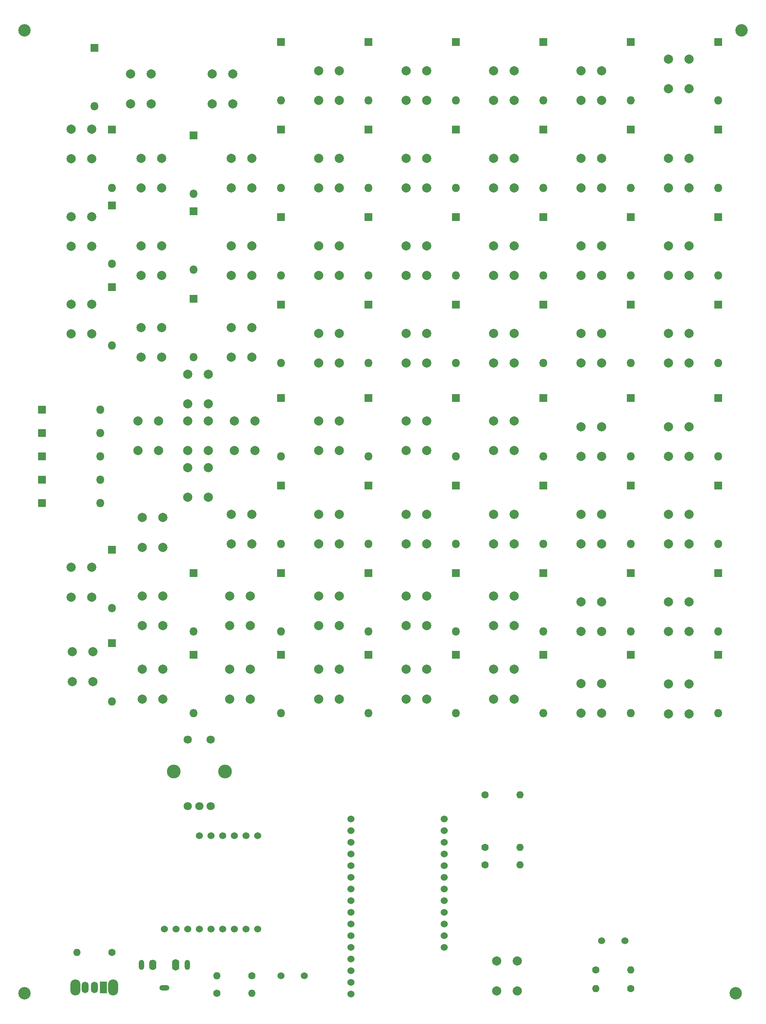
<source format=gbr>
%TF.GenerationSoftware,KiCad,Pcbnew,7.0.8*%
%TF.CreationDate,2023-11-23T10:38:48-06:00*%
%TF.ProjectId,calcvox-rounded,63616c63-766f-4782-9d72-6f756e646564,rev?*%
%TF.SameCoordinates,Original*%
%TF.FileFunction,Soldermask,Top*%
%TF.FilePolarity,Negative*%
%FSLAX46Y46*%
G04 Gerber Fmt 4.6, Leading zero omitted, Abs format (unit mm)*
G04 Created by KiCad (PCBNEW 7.0.8) date 2023-11-23 10:38:48*
%MOMM*%
%LPD*%
G01*
G04 APERTURE LIST*
%ADD10O,2.200000X1.200000*%
%ADD11O,1.200000X2.200000*%
%ADD12O,1.600000X2.300000*%
%ADD13O,1.600000X2.500000*%
%ADD14R,1.800000X1.800000*%
%ADD15O,1.800000X1.800000*%
%ADD16C,2.000000*%
%ADD17C,1.524000*%
%ADD18C,1.600000*%
%ADD19O,1.600000X1.600000*%
%ADD20C,2.700000*%
%ADD21C,3.000000*%
%ADD22C,1.800000*%
%ADD23O,2.200000X3.500000*%
%ADD24R,1.500000X2.500000*%
%ADD25O,1.500000X2.500000*%
G04 APERTURE END LIST*
D10*
%TO.C,J1*%
X246380000Y-351830000D03*
D11*
X241380000Y-346830000D03*
D12*
X243880000Y-346830000D03*
D11*
X251380000Y-346830000D03*
D13*
X248880000Y-346830000D03*
%TD*%
D14*
%TO.C,D40*%
X290830000Y-146050000D03*
D15*
X290830000Y-158750000D03*
%TD*%
D14*
%TO.C,D53*%
X219710000Y-231140000D03*
D15*
X232410000Y-231140000D03*
%TD*%
D16*
%TO.C,SW5*%
X356180000Y-236220000D03*
X356180000Y-229720000D03*
X360680000Y-236220000D03*
X360680000Y-229720000D03*
%TD*%
D14*
%TO.C,D49*%
X252730000Y-279400000D03*
D15*
X252730000Y-292100000D03*
%TD*%
D17*
%TO.C,LS1*%
X271780000Y-349250000D03*
X276860000Y-349250000D03*
%TD*%
D16*
%TO.C,SW55*%
X251460000Y-224790000D03*
X251460000Y-218290000D03*
X255960000Y-224790000D03*
X255960000Y-218290000D03*
%TD*%
D14*
%TO.C,D64*%
X231140000Y-147320000D03*
D15*
X231140000Y-160020000D03*
%TD*%
D14*
%TO.C,D61*%
X234950000Y-181610000D03*
D15*
X234950000Y-194310000D03*
%TD*%
D14*
%TO.C,D2*%
X367030000Y-261620000D03*
D15*
X367030000Y-274320000D03*
%TD*%
D14*
%TO.C,D47*%
X271780000Y-165100000D03*
D15*
X271780000Y-177800000D03*
%TD*%
D14*
%TO.C,D43*%
X271780000Y-242570000D03*
D15*
X271780000Y-255270000D03*
%TD*%
D14*
%TO.C,D37*%
X290830000Y-203200000D03*
D15*
X290830000Y-215900000D03*
%TD*%
D16*
%TO.C,SW52*%
X241590000Y-255980000D03*
X241590000Y-249480000D03*
X246090000Y-255980000D03*
X246090000Y-249480000D03*
%TD*%
D14*
%TO.C,D6*%
X367030000Y-184150000D03*
D15*
X367030000Y-196850000D03*
%TD*%
D14*
%TO.C,D44*%
X271780000Y-223520000D03*
D15*
X271780000Y-236220000D03*
%TD*%
D18*
%TO.C,R4*%
X265430000Y-349250000D03*
D19*
X257810000Y-349250000D03*
%TD*%
D14*
%TO.C,D15*%
X347980000Y-165100000D03*
D15*
X347980000Y-177800000D03*
%TD*%
D16*
%TO.C,SW39*%
X279980000Y-196850000D03*
X279980000Y-190350000D03*
X284480000Y-196850000D03*
X284480000Y-190350000D03*
%TD*%
%TO.C,SW35*%
X279980000Y-273050000D03*
X279980000Y-266550000D03*
X284480000Y-273050000D03*
X284480000Y-266550000D03*
%TD*%
%TO.C,SW36*%
X279980000Y-255270000D03*
X279980000Y-248770000D03*
X284480000Y-255270000D03*
X284480000Y-248770000D03*
%TD*%
D14*
%TO.C,D3*%
X367030000Y-242570000D03*
D15*
X367030000Y-255270000D03*
%TD*%
D14*
%TO.C,D45*%
X271780000Y-203200000D03*
D15*
X271780000Y-215900000D03*
%TD*%
D16*
%TO.C,SW46*%
X260930000Y-214630000D03*
X260930000Y-208130000D03*
X265430000Y-214630000D03*
X265430000Y-208130000D03*
%TD*%
D20*
%TO.C,REF\u002A\u002A*%
X215900000Y-143510000D03*
%TD*%
D16*
%TO.C,SW26*%
X299030000Y-289000000D03*
X299030000Y-282500000D03*
X303530000Y-289000000D03*
X303530000Y-282500000D03*
%TD*%
%TO.C,SW48*%
X260930000Y-177800000D03*
X260930000Y-171300000D03*
X265430000Y-177800000D03*
X265430000Y-171300000D03*
%TD*%
%TO.C,SW3*%
X356180000Y-274320000D03*
X356180000Y-267820000D03*
X360680000Y-274320000D03*
X360680000Y-267820000D03*
%TD*%
%TO.C,SW14*%
X337130000Y-215900000D03*
X337130000Y-209400000D03*
X341630000Y-215900000D03*
X341630000Y-209400000D03*
%TD*%
D14*
%TO.C,D24*%
X328930000Y-146050000D03*
D15*
X328930000Y-158750000D03*
%TD*%
D16*
%TO.C,SW31*%
X299030000Y-196850000D03*
X299030000Y-190350000D03*
X303530000Y-196850000D03*
X303530000Y-190350000D03*
%TD*%
%TO.C,SW65*%
X239050000Y-159460000D03*
X239050000Y-152960000D03*
X243550000Y-159460000D03*
X243550000Y-152960000D03*
%TD*%
D18*
%TO.C,R1*%
X316230000Y-309880000D03*
D19*
X323850000Y-309880000D03*
%TD*%
D14*
%TO.C,D26*%
X309880000Y-261620000D03*
D15*
X309880000Y-274320000D03*
%TD*%
D14*
%TO.C,D34*%
X290830000Y-261620000D03*
D15*
X290830000Y-274320000D03*
%TD*%
D14*
%TO.C,D16*%
X347980000Y-146050000D03*
D15*
X347980000Y-158750000D03*
%TD*%
D16*
%TO.C,SW4*%
X356180000Y-255270000D03*
X356180000Y-248770000D03*
X360680000Y-255270000D03*
X360680000Y-248770000D03*
%TD*%
%TO.C,SW32*%
X299030000Y-177800000D03*
X299030000Y-171300000D03*
X303530000Y-177800000D03*
X303530000Y-171300000D03*
%TD*%
D14*
%TO.C,D29*%
X309880000Y-203200000D03*
D15*
X309880000Y-215900000D03*
%TD*%
D14*
%TO.C,D22*%
X328930000Y-184150000D03*
D15*
X328930000Y-196850000D03*
%TD*%
D16*
%TO.C,SW25*%
X318080000Y-158750000D03*
X318080000Y-152250000D03*
X322580000Y-158750000D03*
X322580000Y-152250000D03*
%TD*%
%TO.C,SW54*%
X251460000Y-234950000D03*
X251460000Y-228450000D03*
X255960000Y-234950000D03*
X255960000Y-228450000D03*
%TD*%
D14*
%TO.C,D12*%
X347980000Y-223520000D03*
D15*
X347980000Y-236220000D03*
%TD*%
D14*
%TO.C,D35*%
X290830000Y-242570000D03*
D15*
X290830000Y-255270000D03*
%TD*%
D14*
%TO.C,D31*%
X309880000Y-165100000D03*
D15*
X309880000Y-177800000D03*
%TD*%
D21*
%TO.C,SW1*%
X248400000Y-304800000D03*
X259600000Y-304800000D03*
D22*
X251500000Y-312300000D03*
X256500000Y-312300000D03*
X254000000Y-312300000D03*
X251500000Y-297800000D03*
X256500000Y-297800000D03*
%TD*%
D14*
%TO.C,D56*%
X252730000Y-182880000D03*
D15*
X252730000Y-195580000D03*
%TD*%
D16*
%TO.C,SW38*%
X279980000Y-215900000D03*
X279980000Y-209400000D03*
X284480000Y-215900000D03*
X284480000Y-209400000D03*
%TD*%
D14*
%TO.C,D36*%
X290830000Y-223520000D03*
D15*
X290830000Y-236220000D03*
%TD*%
D14*
%TO.C,D50*%
X252730000Y-261620000D03*
D15*
X252730000Y-274320000D03*
%TD*%
D16*
%TO.C,SW10*%
X337130000Y-292100000D03*
X337130000Y-285600000D03*
X341630000Y-292100000D03*
X341630000Y-285600000D03*
%TD*%
%TO.C,SW7*%
X356180000Y-196850000D03*
X356180000Y-190350000D03*
X360680000Y-196850000D03*
X360680000Y-190350000D03*
%TD*%
D14*
%TO.C,D59*%
X219710000Y-241300000D03*
D15*
X232410000Y-241300000D03*
%TD*%
D16*
%TO.C,SW59*%
X226060000Y-266850000D03*
X226060000Y-260350000D03*
X230560000Y-266850000D03*
X230560000Y-260350000D03*
%TD*%
D14*
%TO.C,D8*%
X367031000Y-146050000D03*
D15*
X367031000Y-158750000D03*
%TD*%
D18*
%TO.C,R6*%
X257810000Y-353060000D03*
D19*
X265430000Y-353060000D03*
%TD*%
D16*
%TO.C,SW57*%
X241300000Y-196850000D03*
X241300000Y-190350000D03*
X245800000Y-196850000D03*
X245800000Y-190350000D03*
%TD*%
%TO.C,SW43*%
X260640000Y-273050000D03*
X260640000Y-266550000D03*
X265140000Y-273050000D03*
X265140000Y-266550000D03*
%TD*%
%TO.C,SW45*%
X261620000Y-234950000D03*
X261620000Y-228450000D03*
X266120000Y-234950000D03*
X266120000Y-228450000D03*
%TD*%
D18*
%TO.C,R3*%
X316230000Y-321310000D03*
D19*
X323850000Y-321310000D03*
%TD*%
D14*
%TO.C,D21*%
X328930000Y-203200000D03*
D15*
X328930000Y-215900000D03*
%TD*%
D16*
%TO.C,SW8*%
X356180000Y-177800000D03*
X356180000Y-171300000D03*
X360680000Y-177800000D03*
X360680000Y-171300000D03*
%TD*%
D18*
%TO.C,R2*%
X316230000Y-325120000D03*
D19*
X323850000Y-325120000D03*
%TD*%
D14*
%TO.C,D4*%
X367030000Y-223520000D03*
D15*
X367030000Y-236220000D03*
%TD*%
D14*
%TO.C,D63*%
X234950000Y-165100000D03*
D15*
X234950000Y-177800000D03*
%TD*%
D16*
%TO.C,SW44*%
X260930000Y-255270000D03*
X260930000Y-248770000D03*
X265430000Y-255270000D03*
X265430000Y-248770000D03*
%TD*%
D14*
%TO.C,D48*%
X271780000Y-146050000D03*
D15*
X271780000Y-158750000D03*
%TD*%
D16*
%TO.C,SW2*%
X356180000Y-292250000D03*
X356180000Y-285750000D03*
X360680000Y-292250000D03*
X360680000Y-285750000D03*
%TD*%
D14*
%TO.C,D38*%
X290830000Y-184150000D03*
D15*
X290830000Y-196850000D03*
%TD*%
D14*
%TO.C,D55*%
X252730000Y-201930000D03*
D15*
X252730000Y-214630000D03*
%TD*%
D16*
%TO.C,SW63*%
X241300000Y-177800000D03*
X241300000Y-171300000D03*
X245800000Y-177800000D03*
X245800000Y-171300000D03*
%TD*%
%TO.C,SW28*%
X299030000Y-255270000D03*
X299030000Y-248770000D03*
X303530000Y-255270000D03*
X303530000Y-248770000D03*
%TD*%
D14*
%TO.C,D7*%
X367030000Y-165100000D03*
D15*
X367030000Y-177800000D03*
%TD*%
D16*
%TO.C,SW64*%
X226060000Y-171450000D03*
X226060000Y-164950000D03*
X230560000Y-171450000D03*
X230560000Y-164950000D03*
%TD*%
D14*
%TO.C,D13*%
X347980000Y-203200000D03*
D15*
X347980000Y-215900000D03*
%TD*%
D16*
%TO.C,SW33*%
X299030000Y-158750000D03*
X299030000Y-152250000D03*
X303530000Y-158750000D03*
X303530000Y-152250000D03*
%TD*%
D14*
%TO.C,D11*%
X347980000Y-242570000D03*
D15*
X347980000Y-255270000D03*
%TD*%
D16*
%TO.C,SW21*%
X318080000Y-234950000D03*
X318080000Y-228450000D03*
X322580000Y-234950000D03*
X322580000Y-228450000D03*
%TD*%
%TO.C,SW41*%
X279980000Y-158750000D03*
X279980000Y-152250000D03*
X284480000Y-158750000D03*
X284480000Y-152250000D03*
%TD*%
D14*
%TO.C,D10*%
X347980000Y-261620000D03*
D15*
X347980000Y-274320000D03*
%TD*%
D14*
%TO.C,D14*%
X347980000Y-184150000D03*
D15*
X347980000Y-196850000D03*
%TD*%
D16*
%TO.C,SW47*%
X260930000Y-196850000D03*
X260930000Y-190350000D03*
X265430000Y-196850000D03*
X265430000Y-190350000D03*
%TD*%
%TO.C,SW11*%
X337130000Y-274320000D03*
X337130000Y-267820000D03*
X341630000Y-274320000D03*
X341630000Y-267820000D03*
%TD*%
D14*
%TO.C,D41*%
X271780000Y-279400000D03*
D15*
X271780000Y-292100000D03*
%TD*%
D20*
%TO.C,REF\u002A\u002A*%
X372110000Y-143510000D03*
%TD*%
D16*
%TO.C,SW60*%
X240610000Y-234950000D03*
X240610000Y-228450000D03*
X245110000Y-234950000D03*
X245110000Y-228450000D03*
%TD*%
D14*
%TO.C,D1*%
X367030000Y-279400000D03*
D15*
X367030000Y-292100000D03*
%TD*%
D14*
%TO.C,D30*%
X309880000Y-184150000D03*
D15*
X309880000Y-196850000D03*
%TD*%
D14*
%TO.C,D5*%
X367030000Y-203200000D03*
D15*
X367030000Y-215900000D03*
%TD*%
D16*
%TO.C,SW27*%
X299030000Y-273050000D03*
X299030000Y-266550000D03*
X303530000Y-273050000D03*
X303530000Y-266550000D03*
%TD*%
D14*
%TO.C,D18*%
X328930000Y-261620000D03*
D15*
X328930000Y-274320000D03*
%TD*%
D16*
%TO.C,SW23*%
X318080000Y-196850000D03*
X318080000Y-190350000D03*
X322580000Y-196850000D03*
X322580000Y-190350000D03*
%TD*%
D14*
%TO.C,D62*%
X252730000Y-166370000D03*
D15*
X252730000Y-179070000D03*
%TD*%
D18*
%TO.C,R9*%
X347980000Y-352030000D03*
D19*
X340360000Y-352030000D03*
%TD*%
D14*
%TO.C,D25*%
X309880000Y-279400000D03*
D15*
X309880000Y-292100000D03*
%TD*%
D14*
%TO.C,D39*%
X290830000Y-165100000D03*
D15*
X290830000Y-177800000D03*
%TD*%
D16*
%TO.C,SW58*%
X226350000Y-285190000D03*
X226350000Y-278690000D03*
X230850000Y-285190000D03*
X230850000Y-278690000D03*
%TD*%
D14*
%TO.C,D19*%
X328930000Y-242570000D03*
D15*
X328930000Y-255270000D03*
%TD*%
D14*
%TO.C,D32*%
X309880000Y-146050000D03*
D15*
X309880000Y-158750000D03*
%TD*%
D16*
%TO.C,SW22*%
X318080000Y-215900000D03*
X318080000Y-209400000D03*
X322580000Y-215900000D03*
X322580000Y-209400000D03*
%TD*%
D23*
%TO.C,SW67*%
X235240000Y-351790000D03*
X227040000Y-351790000D03*
D24*
X233140000Y-351790000D03*
D25*
X231140000Y-351790000D03*
X229140000Y-351790000D03*
%TD*%
D16*
%TO.C,SW49*%
X256830000Y-159460000D03*
X256830000Y-152960000D03*
X261330000Y-159460000D03*
X261330000Y-152960000D03*
%TD*%
D20*
%TO.C,REF\u002A\u002A*%
X370840000Y-353060000D03*
%TD*%
D18*
%TO.C,R7*%
X340360000Y-347980000D03*
D19*
X347980000Y-347980000D03*
%TD*%
D16*
%TO.C,SW19*%
X318080000Y-273050000D03*
X318080000Y-266550000D03*
X322580000Y-273050000D03*
X322580000Y-266550000D03*
%TD*%
D14*
%TO.C,D17*%
X328930000Y-279400000D03*
D15*
X328930000Y-292100000D03*
%TD*%
D16*
%TO.C,SW40*%
X279980000Y-177800000D03*
X279980000Y-171300000D03*
X284480000Y-177800000D03*
X284480000Y-171300000D03*
%TD*%
%TO.C,SW17*%
X337130000Y-158750000D03*
X337130000Y-152250000D03*
X341630000Y-158750000D03*
X341630000Y-152250000D03*
%TD*%
D14*
%TO.C,D42*%
X271780000Y-261620000D03*
D15*
X271780000Y-274320000D03*
%TD*%
D14*
%TO.C,D33*%
X290830000Y-279400000D03*
D15*
X290830000Y-292100000D03*
%TD*%
D18*
%TO.C,R10*%
X234950000Y-344170000D03*
D19*
X227330000Y-344170000D03*
%TD*%
D14*
%TO.C,D54*%
X219710000Y-226060000D03*
D15*
X232410000Y-226060000D03*
%TD*%
D16*
%TO.C,SW51*%
X241590000Y-273050000D03*
X241590000Y-266550000D03*
X246090000Y-273050000D03*
X246090000Y-266550000D03*
%TD*%
D14*
%TO.C,D60*%
X234950000Y-199390000D03*
D15*
X234950000Y-212090000D03*
%TD*%
D16*
%TO.C,SW12*%
X337130000Y-255270000D03*
X337130000Y-248770000D03*
X341630000Y-255270000D03*
X341630000Y-248770000D03*
%TD*%
D14*
%TO.C,D57*%
X234950000Y-276860000D03*
D15*
X234950000Y-289560000D03*
%TD*%
D16*
%TO.C,SW53*%
X251460000Y-245110000D03*
X251460000Y-238610000D03*
X255960000Y-245110000D03*
X255960000Y-238610000D03*
%TD*%
%TO.C,SW24*%
X318080000Y-177800000D03*
X318080000Y-171300000D03*
X322580000Y-177800000D03*
X322580000Y-171300000D03*
%TD*%
%TO.C,SW50*%
X241590000Y-289000000D03*
X241590000Y-282500000D03*
X246090000Y-289000000D03*
X246090000Y-282500000D03*
%TD*%
%TO.C,SW9*%
X356180000Y-156210000D03*
X356180000Y-149710000D03*
X360680000Y-156210000D03*
X360680000Y-149710000D03*
%TD*%
D14*
%TO.C,D51*%
X219710000Y-246380000D03*
D15*
X232410000Y-246380000D03*
%TD*%
D16*
%TO.C,SW42*%
X260640000Y-289000000D03*
X260640000Y-282500000D03*
X265140000Y-289000000D03*
X265140000Y-282500000D03*
%TD*%
D14*
%TO.C,D52*%
X219710000Y-236220000D03*
D15*
X232410000Y-236220000D03*
%TD*%
D16*
%TO.C,SW16*%
X337130000Y-177800000D03*
X337130000Y-171300000D03*
X341630000Y-177800000D03*
X341630000Y-171300000D03*
%TD*%
D14*
%TO.C,D58*%
X234950000Y-256540000D03*
D15*
X234950000Y-269240000D03*
%TD*%
D16*
%TO.C,SW20*%
X318080000Y-255270000D03*
X318080000Y-248770000D03*
X322580000Y-255270000D03*
X322580000Y-248770000D03*
%TD*%
%TO.C,SW13*%
X337130000Y-236220000D03*
X337130000Y-229720000D03*
X341630000Y-236220000D03*
X341630000Y-229720000D03*
%TD*%
D14*
%TO.C,D23*%
X328930000Y-165100000D03*
D15*
X328930000Y-177800000D03*
%TD*%
D16*
%TO.C,SW56*%
X241300000Y-214630000D03*
X241300000Y-208130000D03*
X245800000Y-214630000D03*
X245800000Y-208130000D03*
%TD*%
D14*
%TO.C,D46*%
X271780000Y-184150000D03*
D15*
X271780000Y-196850000D03*
%TD*%
D16*
%TO.C,SW18*%
X318080000Y-289000000D03*
X318080000Y-282500000D03*
X322580000Y-289000000D03*
X322580000Y-282500000D03*
%TD*%
%TO.C,SW29*%
X299030000Y-234950000D03*
X299030000Y-228450000D03*
X303530000Y-234950000D03*
X303530000Y-228450000D03*
%TD*%
%TO.C,SW37*%
X279980000Y-234950000D03*
X279980000Y-228450000D03*
X284480000Y-234950000D03*
X284480000Y-228450000D03*
%TD*%
D17*
%TO.C,LS2*%
X341630000Y-341630000D03*
X346710000Y-341630000D03*
%TD*%
D14*
%TO.C,D9*%
X347980000Y-279400000D03*
D15*
X347980000Y-292100000D03*
%TD*%
D16*
%TO.C,SW6*%
X356180000Y-215900000D03*
X356180000Y-209400000D03*
X360680000Y-215900000D03*
X360680000Y-209400000D03*
%TD*%
D20*
%TO.C,REF\u002A\u002A*%
X215900000Y-353060000D03*
%TD*%
D16*
%TO.C,SW61*%
X226060000Y-209550000D03*
X226060000Y-203050000D03*
X230560000Y-209550000D03*
X230560000Y-203050000D03*
%TD*%
D14*
%TO.C,D20*%
X328930000Y-223520000D03*
D15*
X328930000Y-236220000D03*
%TD*%
D16*
%TO.C,SW34*%
X279980000Y-289000000D03*
X279980000Y-282500000D03*
X284480000Y-289000000D03*
X284480000Y-282500000D03*
%TD*%
%TO.C,SW62*%
X226060000Y-190500000D03*
X226060000Y-184000000D03*
X230560000Y-190500000D03*
X230560000Y-184000000D03*
%TD*%
%TO.C,SW15*%
X337130000Y-196850000D03*
X337130000Y-190350000D03*
X341630000Y-196850000D03*
X341630000Y-190350000D03*
%TD*%
%TO.C,SW30*%
X299030000Y-215900000D03*
X299030000Y-209400000D03*
X303530000Y-215900000D03*
X303530000Y-209400000D03*
%TD*%
D14*
%TO.C,D28*%
X309880000Y-223520000D03*
D15*
X309880000Y-236220000D03*
%TD*%
D16*
%TO.C,SW66*%
X318770000Y-352500000D03*
X318770000Y-346000000D03*
X323270000Y-352500000D03*
X323270000Y-346000000D03*
%TD*%
D14*
%TO.C,D27*%
X309880000Y-242570000D03*
D15*
X309880000Y-255270000D03*
%TD*%
D17*
%TO.C,UDA1334Breakout1*%
X264160000Y-339090000D03*
X248920000Y-339090000D03*
X254000000Y-339090000D03*
X254000000Y-318770000D03*
X256540000Y-339090000D03*
X261620000Y-339090000D03*
X251460000Y-339090000D03*
X261620000Y-318770000D03*
X256540000Y-318770000D03*
X246380000Y-339090000D03*
X266700000Y-318770000D03*
X259080000Y-318770000D03*
X264160000Y-318770000D03*
X266700000Y-339090000D03*
X259080000Y-339090000D03*
%TD*%
%TO.C,ePulseFeather1*%
X287020000Y-317625000D03*
X287020000Y-348105000D03*
X287020000Y-320165000D03*
X287020000Y-350645000D03*
X287020000Y-330325000D03*
X287020000Y-327785000D03*
X307340000Y-332865000D03*
X307340000Y-335405000D03*
X307340000Y-320165000D03*
X307340000Y-325245000D03*
X287020000Y-325245000D03*
X287020000Y-322705000D03*
X287020000Y-315085000D03*
X307340000Y-317625000D03*
X307340000Y-315085000D03*
X287020000Y-340485000D03*
X287020000Y-343025000D03*
X307340000Y-330325000D03*
X307340000Y-322705000D03*
X307340000Y-327785000D03*
X287020000Y-337945000D03*
X287020000Y-332865000D03*
X287020000Y-335405000D03*
X307340000Y-343025000D03*
X307340000Y-340485000D03*
X287020000Y-345565000D03*
X287020000Y-353185000D03*
X307340000Y-337945000D03*
%TD*%
M02*

</source>
